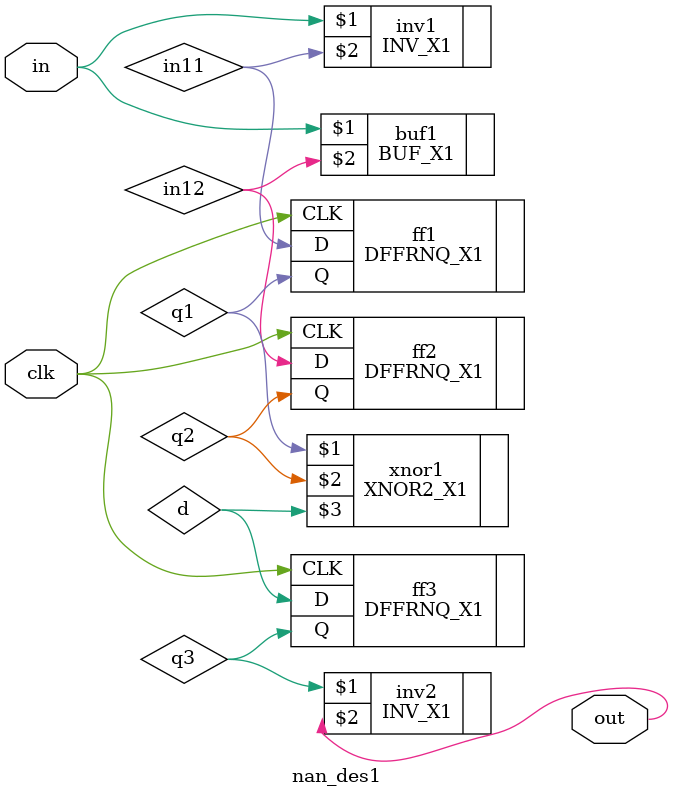
<source format=v>

module nan_des1(input in, input clk, output out);


//CLKINVX1
//AND2X4
//XNOR2X1
//SDFFX1
//BUFX2

wire in11; wire in12; wire q1; wire q2; wire d; wire q3;

INV_X1 inv1(in, in11);
BUF_X1 buf1(in, in12);

DFFRNQ_X1 ff1(.CLK(clk), .D(in11), .Q(q1));
DFFRNQ_X1 ff2(.CLK(clk), .D(in12), .Q(q2));

XNOR2_X1 xnor1(q1,q2,d);
DFFRNQ_X1 ff3(.CLK(clk), .D(d), .Q(q3));

INV_X1 inv2(q3, out);


endmodule





</source>
